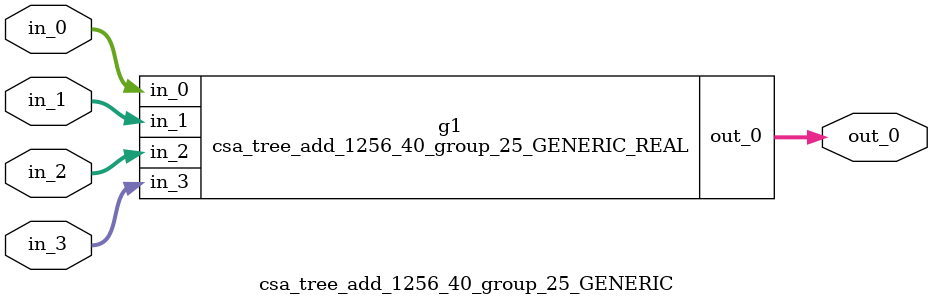
<source format=v>
module csa_tree_add_1256_40_group_25_GENERIC_REAL(in_0, in_1, in_2,
     in_3, out_0);
// synthesis_equation "assign out_0 = ( ( ( in_2 + in_3 )  + in_1 )  + in_0 )  ;"
  input [7:0] in_0, in_1, in_2, in_3;
  output [9:0] out_0;
  wire [7:0] in_0, in_1, in_2, in_3;
  wire [9:0] out_0;
  wire n_44, n_45, n_46, n_47, n_48, n_49, n_50, n_51;
  wire n_52, n_54, n_55, n_56, n_57, n_58, n_59, n_60;
  wire n_61, n_62, n_63, n_64, n_65, n_66, n_67, n_68;
  wire n_69, n_70, n_71, n_72, n_73, n_74, n_75, n_76;
  wire n_77, n_78, n_79, n_80, n_81, n_82, n_83, n_84;
  wire n_85, n_86, n_87, n_88, n_89, n_90, n_91, n_92;
  wire n_93, n_94, n_95, n_96, n_97, n_98, n_99, n_100;
  wire n_101, n_102, n_103, n_104, n_105, n_106, n_107, n_108;
  wire n_109, n_110, n_111, n_112, n_113, n_114, n_115, n_116;
  wire n_117, n_118, n_119, n_120, n_121, n_122, n_123, n_124;
  wire n_125, n_126, n_127, n_128, n_129, n_130, n_131, n_132;
  wire n_133, n_134, n_135, n_136, n_137, n_138, n_139, n_140;
  wire n_141, n_142, n_143, n_144, n_145, n_146, n_147, n_148;
  wire n_149, n_150, n_151, n_152, n_153, n_154, n_155, n_156;
  wire n_157, n_158, n_159, n_160, n_161, n_162, n_163, n_164;
  wire n_165, n_166, n_167, n_168, n_169, n_170;
  xor g1 (n_62, in_0[0], in_3[0]);
  and g16 (n_51, in_0[0], in_3[0]);
  xor g17 (n_64, in_0[1], in_1[1]);
  and g2 (n_65, in_0[1], in_1[1]);
  xor g18 (n_77, in_3[1], in_2[1]);
  xor g19 (n_61, n_77, n_64);
  nand g3 (n_78, in_3[1], in_2[1]);
  nand g20 (n_79, n_64, in_2[1]);
  nand g21 (n_80, in_3[1], n_64);
  nand g22 (n_50, n_78, n_79, n_80);
  xor g23 (n_81, in_0[2], in_1[2]);
  xor g24 (n_66, n_81, in_3[2]);
  nand g25 (n_82, in_0[2], in_1[2]);
  nand g4 (n_83, in_3[2], in_1[2]);
  nand g26 (n_84, in_0[2], in_3[2]);
  nand g27 (n_67, n_82, n_83, n_84);
  xor g28 (n_85, in_2[2], n_65);
  xor g29 (n_60, n_85, n_66);
  nand g30 (n_86, in_2[2], n_65);
  nand g31 (n_87, n_66, n_65);
  nand g5 (n_88, in_2[2], n_66);
  nand g32 (n_49, n_86, n_87, n_88);
  xor g33 (n_89, in_0[3], in_1[3]);
  xor g34 (n_68, n_89, in_3[3]);
  nand g35 (n_90, in_0[3], in_1[3]);
  nand g36 (n_91, in_3[3], in_1[3]);
  nand g37 (n_92, in_0[3], in_3[3]);
  nand g6 (n_69, n_90, n_91, n_92);
  xor g38 (n_93, in_2[3], n_67);
  xor g39 (n_59, n_93, n_68);
  nand g40 (n_94, in_2[3], n_67);
  nand g41 (n_95, n_68, n_67);
  nand g42 (n_96, in_2[3], n_68);
  nand g43 (n_48, n_94, n_95, n_96);
  xor g44 (n_97, in_0[4], in_1[4]);
  xor g45 (n_70, n_97, in_3[4]);
  nand g46 (n_98, in_0[4], in_1[4]);
  nand g47 (n_99, in_3[4], in_1[4]);
  nand g48 (n_100, in_0[4], in_3[4]);
  nand g49 (n_71, n_98, n_99, n_100);
  xor g50 (n_101, in_2[4], n_69);
  xor g51 (n_58, n_101, n_70);
  nand g52 (n_102, in_2[4], n_69);
  nand g53 (n_103, n_70, n_69);
  nand g54 (n_104, in_2[4], n_70);
  nand g55 (n_47, n_102, n_103, n_104);
  xor g56 (n_105, in_0[5], in_1[5]);
  xor g57 (n_72, n_105, in_3[5]);
  nand g58 (n_106, in_0[5], in_1[5]);
  nand g59 (n_107, in_3[5], in_1[5]);
  nand g60 (n_108, in_0[5], in_3[5]);
  nand g61 (n_73, n_106, n_107, n_108);
  xor g62 (n_109, in_2[5], n_71);
  xor g63 (n_57, n_109, n_72);
  nand g64 (n_110, in_2[5], n_71);
  nand g65 (n_111, n_72, n_71);
  nand g66 (n_112, in_2[5], n_72);
  nand g67 (n_46, n_110, n_111, n_112);
  xor g68 (n_113, in_0[6], in_1[6]);
  xor g69 (n_74, n_113, in_3[6]);
  nand g70 (n_114, in_0[6], in_1[6]);
  nand g71 (n_115, in_3[6], in_1[6]);
  nand g72 (n_116, in_0[6], in_3[6]);
  nand g73 (n_75, n_114, n_115, n_116);
  xor g74 (n_117, in_2[6], n_73);
  xor g75 (n_56, n_117, n_74);
  nand g76 (n_118, in_2[6], n_73);
  nand g77 (n_119, n_74, n_73);
  nand g78 (n_120, in_2[6], n_74);
  nand g79 (n_45, n_118, n_119, n_120);
  xor g80 (n_121, in_0[7], in_1[7]);
  xor g81 (n_76, n_121, in_3[7]);
  nand g82 (n_122, in_0[7], in_1[7]);
  nand g83 (n_123, in_3[7], in_1[7]);
  nand g84 (n_124, in_0[7], in_3[7]);
  nand g85 (n_44, n_122, n_123, n_124);
  xor g86 (n_125, in_2[7], n_75);
  xor g87 (n_55, n_125, n_76);
  nand g88 (n_126, in_2[7], n_75);
  nand g89 (n_127, n_76, n_75);
  nand g90 (n_128, in_2[7], n_76);
  nand g91 (n_54, n_126, n_127, n_128);
  nand g92 (n_129, in_1[0], n_62);
  nand g93 (n_130, in_1[0], in_2[0]);
  nand g94 (n_131, n_62, in_2[0]);
  nand g95 (n_133, n_129, n_130, n_131);
  xor g96 (n_132, in_1[0], n_62);
  xor g97 (out_0[0], in_2[0], n_132);
  nand g7 (n_134, n_51, n_61);
  nand g8 (n_135, n_51, n_133);
  nand g9 (n_136, n_61, n_133);
  nand g10 (n_138, n_134, n_135, n_136);
  xor g11 (n_137, n_51, n_61);
  xor g12 (out_0[1], n_133, n_137);
  nand g13 (n_139, n_50, n_60);
  nand g14 (n_140, n_50, n_138);
  nand g15 (n_141, n_60, n_138);
  nand g98 (n_143, n_139, n_140, n_141);
  xor g99 (n_142, n_50, n_60);
  xor g100 (out_0[2], n_138, n_142);
  nand g101 (n_144, n_49, n_59);
  nand g102 (n_145, n_49, n_143);
  nand g103 (n_146, n_59, n_143);
  nand g104 (n_148, n_144, n_145, n_146);
  xor g105 (n_147, n_49, n_59);
  xor g106 (out_0[3], n_143, n_147);
  nand g107 (n_52, n_48, n_58);
  nand g108 (n_149, n_48, n_148);
  nand g109 (n_150, n_58, n_148);
  nand g110 (n_152, n_52, n_149, n_150);
  xor g111 (n_151, n_48, n_58);
  xor g112 (out_0[4], n_148, n_151);
  nand g113 (n_153, n_47, n_57);
  nand g114 (n_154, n_47, n_152);
  nand g115 (n_155, n_57, n_152);
  nand g116 (n_157, n_153, n_154, n_155);
  xor g117 (n_156, n_47, n_57);
  xor g118 (out_0[5], n_152, n_156);
  nand g119 (n_158, n_46, n_56);
  nand g120 (n_63, n_46, n_157);
  nand g121 (n_159, n_56, n_157);
  nand g122 (n_161, n_158, n_63, n_159);
  xor g123 (n_160, n_46, n_56);
  xor g124 (out_0[6], n_157, n_160);
  nand g125 (n_162, n_45, n_55);
  nand g126 (n_163, n_45, n_161);
  nand g127 (n_164, n_55, n_161);
  nand g128 (n_166, n_162, n_163, n_164);
  xor g129 (n_165, n_45, n_55);
  xor g130 (out_0[7], n_161, n_165);
  nand g131 (n_167, n_44, n_54);
  nand g132 (n_168, n_44, n_166);
  nand g133 (n_169, n_54, n_166);
  nand g134 (out_0[9], n_167, n_168, n_169);
  xor g135 (n_170, n_44, n_54);
  xor g136 (out_0[8], n_166, n_170);
endmodule

module csa_tree_add_1256_40_group_25_GENERIC(in_0, in_1, in_2, in_3,
     out_0);
  input [7:0] in_0, in_1, in_2, in_3;
  output [9:0] out_0;
  wire [7:0] in_0, in_1, in_2, in_3;
  wire [9:0] out_0;
  csa_tree_add_1256_40_group_25_GENERIC_REAL g1(.in_0 (in_0), .in_1
       (in_1), .in_2 (in_2), .in_3 (in_3), .out_0 (out_0));
endmodule


</source>
